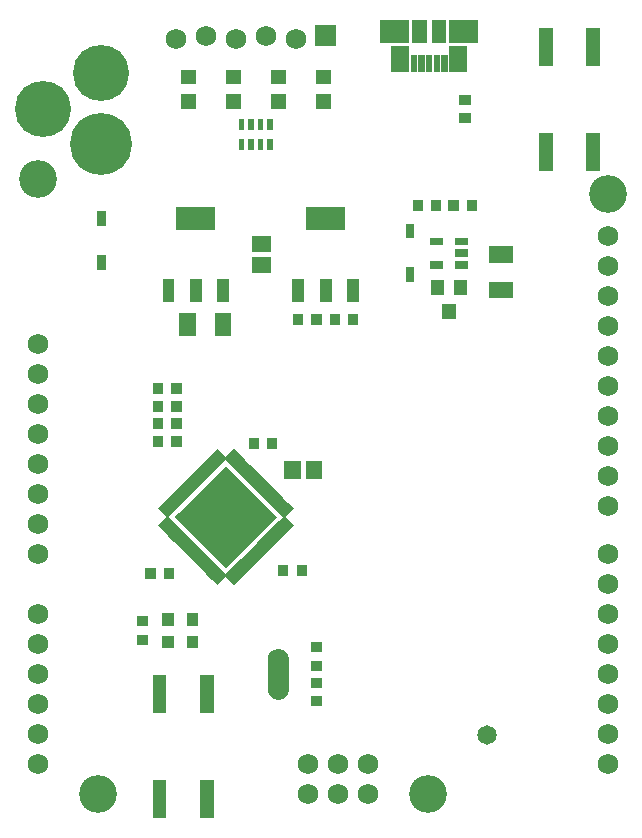
<source format=gbr>
G04 start of page 6 for group -4063 idx -4063 *
G04 Title: (unknown), componentmask *
G04 Creator: pcb 1.99z *
G04 CreationDate: Fri May 13 00:02:03 2016 UTC *
G04 For: matt *
G04 Format: Gerber/RS-274X *
G04 PCB-Dimensions (mil): 2500.00 3000.00 *
G04 PCB-Coordinate-Origin: lower left *
%MOIN*%
%FSLAX25Y25*%
%LNTOPMASK*%
%ADD55C,0.0697*%
%ADD54C,0.1261*%
%ADD53C,0.1261*%
%ADD52C,0.0650*%
%ADD51C,0.0001*%
%ADD50C,0.2068*%
%ADD49C,0.1871*%
%ADD48C,0.0690*%
G54D48*X30000Y80000D03*
Y70000D03*
Y60000D03*
Y50000D03*
Y40000D03*
Y30000D03*
Y170000D03*
G54D49*X31709Y248492D03*
X51000Y260500D03*
G54D50*Y236878D03*
G54D48*X30000Y160000D03*
Y150000D03*
Y140000D03*
Y130000D03*
Y120000D03*
Y110000D03*
Y100000D03*
X140000Y30000D03*
Y20000D03*
X130000Y30000D03*
Y20000D03*
X120000D03*
Y30000D03*
X110000Y65000D03*
Y55000D03*
G54D51*G36*
X122338Y276284D02*Y269385D01*
X129237D01*
Y276284D01*
X122338D01*
G37*
G54D48*X115787Y271835D03*
X105787Y272835D03*
X95787Y271835D03*
X85787Y272835D03*
X75787Y271835D03*
X220000Y30000D03*
Y40000D03*
Y50000D03*
Y60000D03*
Y70000D03*
Y80000D03*
Y90000D03*
Y100000D03*
G54D52*X179740Y39886D03*
G54D48*X220000Y116000D03*
Y126000D03*
Y136000D03*
Y146000D03*
Y156000D03*
Y166000D03*
Y176000D03*
Y186000D03*
Y196000D03*
Y206000D03*
G54D53*Y220000D03*
X160000Y20000D03*
X50000D03*
G54D54*X30000Y225000D03*
G54D51*G36*
X217225Y275492D02*X212697D01*
Y262697D01*
X217225D01*
Y275492D01*
G37*
G36*
X201477D02*X196949D01*
Y262697D01*
X201477D01*
Y275492D01*
G37*
G36*
X217225Y240453D02*X212697D01*
Y227657D01*
X217225D01*
Y240453D01*
G37*
G36*
X201477D02*X196949D01*
Y227657D01*
X201477D01*
Y240453D01*
G37*
G36*
X52421Y199843D02*X49469D01*
Y194921D01*
X52421D01*
Y199843D01*
G37*
G36*
Y214409D02*X49469D01*
Y209488D01*
X52421D01*
Y214409D01*
G37*
G36*
X75964Y215788D02*Y208110D01*
X88996D01*
Y215788D01*
X75964D01*
G37*
G36*
X119271D02*Y208110D01*
X132303D01*
Y215788D01*
X119271D01*
G37*
G36*
X82442Y180610D02*X77009D01*
Y172815D01*
X82442D01*
Y180610D01*
G37*
G36*
X94252D02*X88819D01*
Y172815D01*
X94252D01*
Y180610D01*
G37*
G36*
X75414Y191772D02*X71437D01*
Y184094D01*
X75414D01*
Y191772D01*
G37*
G36*
X84469D02*X80492D01*
Y184094D01*
X84469D01*
Y191772D01*
G37*
G36*
X93524D02*X89547D01*
Y184094D01*
X93524D01*
Y191772D01*
G37*
G36*
X101221Y206200D02*Y200767D01*
X107440D01*
Y206200D01*
X101221D01*
G37*
G36*
Y199114D02*Y193681D01*
X107440D01*
Y199114D01*
X101221D01*
G37*
G36*
X118721Y191772D02*X114744D01*
Y184094D01*
X118721D01*
Y191772D01*
G37*
G36*
X124439Y180010D02*X121033D01*
Y176289D01*
X124439D01*
Y180010D01*
G37*
G36*
X118337D02*X114931D01*
Y176289D01*
X118337D01*
Y180010D01*
G37*
G36*
X130541D02*X127136D01*
Y176289D01*
X130541D01*
Y180010D01*
G37*
G36*
X127776Y191772D02*X123799D01*
Y184094D01*
X127776D01*
Y191772D01*
G37*
G36*
X136831D02*X132854D01*
Y184094D01*
X136831D01*
Y191772D01*
G37*
G36*
X136644Y180010D02*X133238D01*
Y176289D01*
X136644D01*
Y180010D01*
G37*
G36*
X180354Y190847D02*Y185414D01*
X188150D01*
Y190847D01*
X180354D01*
G37*
G36*
Y202657D02*Y197224D01*
X188150D01*
Y202657D01*
X180354D01*
G37*
G36*
X160695Y205572D02*Y202972D01*
X164895D01*
Y205572D01*
X160695D01*
G37*
G36*
Y197772D02*Y195172D01*
X164895D01*
Y197772D01*
X160695D01*
G37*
G36*
X168895D02*Y195172D01*
X173095D01*
Y197772D01*
X168895D01*
G37*
G36*
Y201672D02*Y199072D01*
X173095D01*
Y201672D01*
X168895D01*
G37*
G36*
Y205572D02*Y202972D01*
X173095D01*
Y205572D01*
X168895D01*
G37*
G36*
X173080Y191598D02*X168578D01*
Y186495D01*
X173080D01*
Y191598D01*
G37*
G36*
X176211Y218199D02*X172805D01*
Y214478D01*
X176211D01*
Y218199D01*
G37*
G36*
X170108D02*X166703D01*
Y214478D01*
X170108D01*
Y218199D01*
G37*
G36*
X165280Y191598D02*X160778D01*
Y186495D01*
X165280D01*
Y191598D01*
G37*
G36*
X155413Y195709D02*X152461D01*
Y190787D01*
X155413D01*
Y195709D01*
G37*
G36*
Y210276D02*X152461D01*
Y205354D01*
X155413D01*
Y210276D01*
G37*
G36*
X164400Y218199D02*X160994D01*
Y214478D01*
X164400D01*
Y218199D01*
G37*
G36*
X158297D02*X154892D01*
Y214478D01*
X158297D01*
Y218199D01*
G37*
G36*
X169180Y183398D02*X164678D01*
Y178295D01*
X169180D01*
Y183398D01*
G37*
G36*
X98662Y238524D02*X96890D01*
Y234783D01*
X98662D01*
Y238524D01*
G37*
G36*
X101811D02*X100039D01*
Y234783D01*
X101811D01*
Y238524D01*
G37*
G36*
X77539Y253327D02*Y248405D01*
X82461D01*
Y253327D01*
X77539D01*
G37*
G36*
X92539D02*Y248405D01*
X97461D01*
Y253327D01*
X92539D01*
G37*
G36*
X104961Y238524D02*X103189D01*
Y234783D01*
X104961D01*
Y238524D01*
G37*
G36*
X108110D02*X106338D01*
Y234783D01*
X108110D01*
Y238524D01*
G37*
G36*
Y245217D02*X106338D01*
Y241476D01*
X108110D01*
Y245217D01*
G37*
G36*
X104961D02*X103189D01*
Y241476D01*
X104961D01*
Y245217D01*
G37*
G36*
X101811D02*X100039D01*
Y241476D01*
X101811D01*
Y245217D01*
G37*
G36*
X98662D02*X96890D01*
Y241476D01*
X98662D01*
Y245217D01*
G37*
G36*
X77539Y261595D02*Y256673D01*
X82461D01*
Y261595D01*
X77539D01*
G37*
G36*
X92539D02*Y256673D01*
X97461D01*
Y261595D01*
X92539D01*
G37*
G36*
X107539D02*Y256673D01*
X112461D01*
Y261595D01*
X107539D01*
G37*
G36*
Y253327D02*Y248405D01*
X112461D01*
Y253327D01*
X107539D01*
G37*
G36*
X122539Y261595D02*Y256673D01*
X127461D01*
Y261595D01*
X122539D01*
G37*
G36*
Y253327D02*Y248405D01*
X127461D01*
Y253327D01*
X122539D01*
G37*
G36*
X161383Y266540D02*X159247D01*
Y260901D01*
X161383D01*
Y266540D01*
G37*
G36*
X163942D02*X161806D01*
Y260901D01*
X163942D01*
Y266540D01*
G37*
G36*
X166501D02*X164365D01*
Y260901D01*
X166501D01*
Y266540D01*
G37*
G36*
X173017Y269375D02*X167003D01*
Y260901D01*
X173017D01*
Y269375D01*
G37*
G36*
X167003Y278036D02*Y270350D01*
X176560D01*
Y278036D01*
X167003D01*
G37*
G36*
X166028D02*X161196D01*
Y270350D01*
X166028D01*
Y278036D01*
G37*
G36*
X159434D02*X154602D01*
Y270350D01*
X159434D01*
Y278036D01*
G37*
G36*
X144070D02*Y270350D01*
X153627D01*
Y278036D01*
X144070D01*
G37*
G36*
X158824Y266540D02*X156688D01*
Y260901D01*
X158824D01*
Y266540D01*
G37*
G36*
X156265D02*X154129D01*
Y260901D01*
X156265D01*
Y266540D01*
G37*
G36*
X153627Y269375D02*X147613D01*
Y260901D01*
X153627D01*
Y269375D01*
G37*
G36*
X170384Y247077D02*Y243671D01*
X174104D01*
Y247077D01*
X170384D01*
G37*
G36*
Y253179D02*Y249774D01*
X174104D01*
Y253179D01*
X170384D01*
G37*
G36*
X75099Y80414D02*X71358D01*
Y76279D01*
X75099D01*
Y80414D01*
G37*
G36*
X83366D02*X79626D01*
Y76279D01*
X83366D01*
Y80414D01*
G37*
G36*
X75099Y72933D02*X71358D01*
Y68799D01*
X75099D01*
Y72933D01*
G37*
G36*
X83366D02*X79626D01*
Y68799D01*
X83366D01*
Y72933D01*
G37*
G36*
X69124Y95561D02*X65719D01*
Y91841D01*
X69124D01*
Y95561D01*
G37*
G36*
X75226D02*X71821D01*
Y91841D01*
X75226D01*
Y95561D01*
G37*
G36*
X93892Y94836D02*X92069Y93013D01*
X95284Y89798D01*
X97107Y91621D01*
X93892Y94836D01*
G37*
G36*
X87893Y91621D02*X89716Y89798D01*
X92931Y93013D01*
X91108Y94836D01*
X87893Y91621D01*
G37*
G36*
X62904Y73258D02*Y69852D01*
X66624D01*
Y73258D01*
X62904D01*
G37*
G36*
Y79360D02*Y75955D01*
X66624D01*
Y79360D01*
X62904D01*
G37*
G36*
X72736Y24902D02*X68208D01*
Y12106D01*
X72736D01*
Y24902D01*
G37*
G36*
X88484D02*X83956D01*
Y12106D01*
X88484D01*
Y24902D01*
G37*
G36*
X72736Y59941D02*X68208D01*
Y47145D01*
X72736D01*
Y59941D01*
G37*
G36*
X88484D02*X83956D01*
Y47145D01*
X88484D01*
Y59941D01*
G37*
G54D55*X110000Y65000D02*Y55000D01*
G54D51*G36*
X120974Y58888D02*Y55482D01*
X124695D01*
Y58888D01*
X120974D01*
G37*
G36*
Y52785D02*Y49380D01*
X124695D01*
Y52785D01*
X120974D01*
G37*
G36*
Y64596D02*Y61191D01*
X124695D01*
Y64596D01*
X120974D01*
G37*
G36*
Y70699D02*Y67293D01*
X124695D01*
Y70699D01*
X120974D01*
G37*
G36*
X77785Y157175D02*X74380D01*
Y153455D01*
X77785D01*
Y157175D01*
G37*
G36*
X71683D02*X68278D01*
Y153455D01*
X71683D01*
Y157175D01*
G37*
G36*
Y151270D02*X68278D01*
Y147549D01*
X71683D01*
Y151270D01*
G37*
G36*
Y145364D02*X68278D01*
Y141644D01*
X71683D01*
Y145364D01*
G37*
G36*
Y139459D02*X68278D01*
Y135738D01*
X71683D01*
Y139459D01*
G37*
G36*
X77785Y151270D02*X74380D01*
Y147549D01*
X77785D01*
Y151270D01*
G37*
G36*
Y145364D02*X74380D01*
Y141644D01*
X77785D01*
Y145364D01*
G37*
G36*
Y139459D02*X74380D01*
Y135738D01*
X77785D01*
Y139459D01*
G37*
G36*
X124567Y131279D02*X119134D01*
Y125060D01*
X124567D01*
Y131279D01*
G37*
G36*
X117481D02*X112048D01*
Y125060D01*
X117481D01*
Y131279D01*
G37*
G36*
X109675Y138671D02*X106270D01*
Y134951D01*
X109675D01*
Y138671D01*
G37*
G36*
X103573D02*X100167D01*
Y134951D01*
X103573D01*
Y138671D01*
G37*
G36*
X95688Y128368D02*X97512Y126545D01*
X100726Y129760D01*
X98902Y131583D01*
X95688Y128368D01*
G37*
G36*
X93879Y130177D02*X95702Y128355D01*
X98916Y131570D01*
X97093Y133392D01*
X93879Y130177D01*
G37*
G36*
X119518Y96348D02*X116112D01*
Y92628D01*
X119518D01*
Y96348D01*
G37*
G36*
X113415D02*X110010D01*
Y92628D01*
X113415D01*
Y96348D01*
G37*
G36*
X99321Y100264D02*X97498Y98442D01*
X100712Y95227D01*
X102535Y97049D01*
X99321Y100264D01*
G37*
G36*
X97512Y98455D02*X95688Y96632D01*
X98902Y93417D01*
X100726Y95240D01*
X97512Y98455D01*
G37*
G36*
X95702Y96645D02*X93879Y94823D01*
X97093Y91608D01*
X98916Y93430D01*
X95702Y96645D01*
G37*
G36*
X108368Y109312D02*X106545Y107488D01*
X109760Y104274D01*
X111583Y106098D01*
X108368Y109312D01*
G37*
G36*
X110177Y111121D02*X108355Y109298D01*
X111570Y106084D01*
X113392Y107907D01*
X110177Y111121D01*
G37*
G36*
X111987Y112931D02*X110164Y111108D01*
X113379Y107893D01*
X115202Y109716D01*
X111987Y112931D01*
G37*
G36*
X76752Y113754D02*X75498Y112500D01*
X92500Y95498D01*
X93754Y96752D01*
X76752Y113754D01*
G37*
G36*
X78846Y100669D02*X80669Y98846D01*
X83883Y102060D01*
X82060Y103883D01*
X78846Y100669D01*
G37*
G36*
X80655Y98859D02*X82479Y97036D01*
X85693Y100251D01*
X83869Y102074D01*
X80655Y98859D01*
G37*
G36*
X77036Y102479D02*X78859Y100655D01*
X82074Y103869D01*
X80251Y105693D01*
X77036Y102479D01*
G37*
G36*
X73430Y118916D02*X71608Y117093D01*
X74823Y113879D01*
X76645Y115702D01*
X73430Y118916D01*
G37*
G36*
X71621Y117107D02*X69798Y115284D01*
X73013Y112069D01*
X74836Y113892D01*
X71621Y117107D01*
G37*
G36*
X69798Y109716D02*X71621Y107893D01*
X74836Y111108D01*
X73013Y112931D01*
X69798Y109716D01*
G37*
G36*
X82465Y97049D02*X84288Y95227D01*
X87502Y98442D01*
X85679Y100264D01*
X82465Y97049D01*
G37*
G36*
X84274Y95240D02*X86098Y93417D01*
X89312Y96632D01*
X87488Y98455D01*
X84274Y95240D01*
G37*
G36*
X86084Y93430D02*X87907Y91608D01*
X91121Y94823D01*
X89298Y96645D01*
X86084Y93430D01*
G37*
G36*
X75227Y104288D02*X77049Y102465D01*
X80264Y105679D01*
X78442Y107502D01*
X75227Y104288D01*
G37*
G36*
X73417Y106098D02*X75240Y104274D01*
X78455Y107488D01*
X76632Y109312D01*
X73417Y106098D01*
G37*
G36*
X71608Y107907D02*X73430Y106084D01*
X76645Y109298D01*
X74823Y111121D01*
X71608Y107907D01*
G37*
G36*
X75538Y112500D02*X80689Y107349D01*
X97651Y124311D01*
X92500Y129462D01*
X75538Y112500D01*
G37*
G36*
X82479Y127964D02*X80655Y126141D01*
X83869Y122926D01*
X85693Y124749D01*
X82479Y127964D01*
G37*
G36*
X77049Y122535D02*X75227Y120712D01*
X78442Y117498D01*
X80264Y119321D01*
X77049Y122535D01*
G37*
G36*
X75240Y120726D02*X73417Y118903D01*
X76632Y115688D01*
X78455Y117512D01*
X75240Y120726D01*
G37*
G36*
X75498Y112500D02*X76752Y111246D01*
X93754Y128248D01*
X92500Y129502D01*
X75498Y112500D01*
G37*
G36*
X80669Y126154D02*X78846Y124331D01*
X82060Y121117D01*
X83883Y122940D01*
X80669Y126154D01*
G37*
G36*
X78859Y124345D02*X77036Y122521D01*
X80251Y119307D01*
X82074Y121131D01*
X78859Y124345D01*
G37*
G36*
X84288Y129773D02*X82465Y127951D01*
X85679Y124736D01*
X87502Y126558D01*
X84288Y129773D01*
G37*
G36*
X86098Y131583D02*X84274Y129760D01*
X87488Y126545D01*
X89312Y128368D01*
X86098Y131583D01*
G37*
G36*
X87907Y133392D02*X86084Y131570D01*
X89298Y128355D01*
X91121Y130177D01*
X87907Y133392D01*
G37*
G36*
X89716Y135202D02*X87893Y133379D01*
X91108Y130164D01*
X92931Y131987D01*
X89716Y135202D01*
G37*
G36*
X92069Y131987D02*X93892Y130164D01*
X97107Y133379D01*
X95284Y135202D01*
X92069Y131987D01*
G37*
G36*
X79475Y108563D02*X84626Y103412D01*
X101588Y120374D01*
X96437Y125525D01*
X79475Y108563D01*
G37*
G36*
X83412Y104626D02*X88563Y99475D01*
X105525Y116437D01*
X100374Y121588D01*
X83412Y104626D01*
G37*
G36*
X91246Y96752D02*X92500Y95498D01*
X109502Y112500D01*
X108248Y113754D01*
X91246Y96752D01*
G37*
G36*
X87349Y100689D02*X92500Y95538D01*
X109462Y112500D01*
X104311Y117651D01*
X87349Y100689D01*
G37*
G36*
X102940Y103883D02*X101117Y102060D01*
X104331Y98846D01*
X106154Y100669D01*
X102940Y103883D01*
G37*
G36*
X101131Y102074D02*X99307Y100251D01*
X102521Y97036D01*
X104345Y98859D01*
X101131Y102074D01*
G37*
G36*
X104749Y105693D02*X102926Y103869D01*
X106141Y100655D01*
X107964Y102479D01*
X104749Y105693D01*
G37*
G36*
X106558Y107502D02*X104736Y105679D01*
X107951Y102465D01*
X109773Y104288D01*
X106558Y107502D01*
G37*
G36*
X92500Y129502D02*X91246Y128248D01*
X108248Y111246D01*
X109502Y112500D01*
X92500Y129502D01*
G37*
G36*
X101117Y122940D02*X102940Y121117D01*
X106154Y124331D01*
X104331Y126154D01*
X101117Y122940D01*
G37*
G36*
X102926Y121131D02*X104749Y119307D01*
X107964Y122521D01*
X106141Y124345D01*
X102926Y121131D01*
G37*
G36*
X99307Y124749D02*X101131Y122926D01*
X104345Y126141D01*
X102521Y127964D01*
X99307Y124749D01*
G37*
G36*
X104736Y119321D02*X106558Y117498D01*
X109773Y120712D01*
X107951Y122535D01*
X104736Y119321D01*
G37*
G36*
X106545Y117512D02*X108368Y115688D01*
X111583Y118903D01*
X109760Y120726D01*
X106545Y117512D01*
G37*
G36*
X108355Y115702D02*X110177Y113879D01*
X113392Y117093D01*
X111570Y118916D01*
X108355Y115702D01*
G37*
G36*
X110164Y113892D02*X111987Y112069D01*
X115202Y115284D01*
X113379Y117107D01*
X110164Y113892D01*
G37*
G36*
X97498Y126558D02*X99321Y124736D01*
X102535Y127951D01*
X100712Y129773D01*
X97498Y126558D01*
G37*
M02*

</source>
